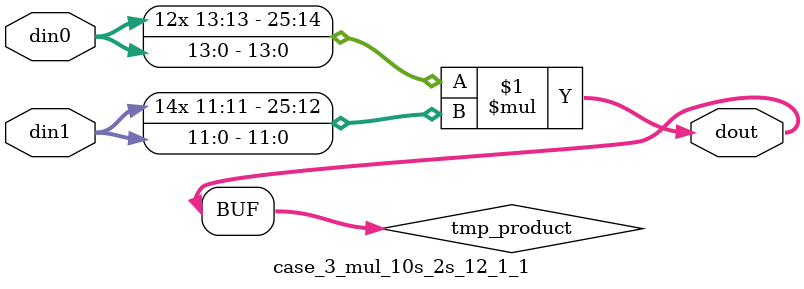
<source format=v>

`timescale 1 ns / 1 ps

 (* use_dsp = "no" *)  module case_3_mul_10s_2s_12_1_1(din0, din1, dout);
parameter ID = 1;
parameter NUM_STAGE = 0;
parameter din0_WIDTH = 14;
parameter din1_WIDTH = 12;
parameter dout_WIDTH = 26;

input [din0_WIDTH - 1 : 0] din0; 
input [din1_WIDTH - 1 : 0] din1; 
output [dout_WIDTH - 1 : 0] dout;

wire signed [dout_WIDTH - 1 : 0] tmp_product;



























assign tmp_product = $signed(din0) * $signed(din1);








assign dout = tmp_product;





















endmodule

</source>
